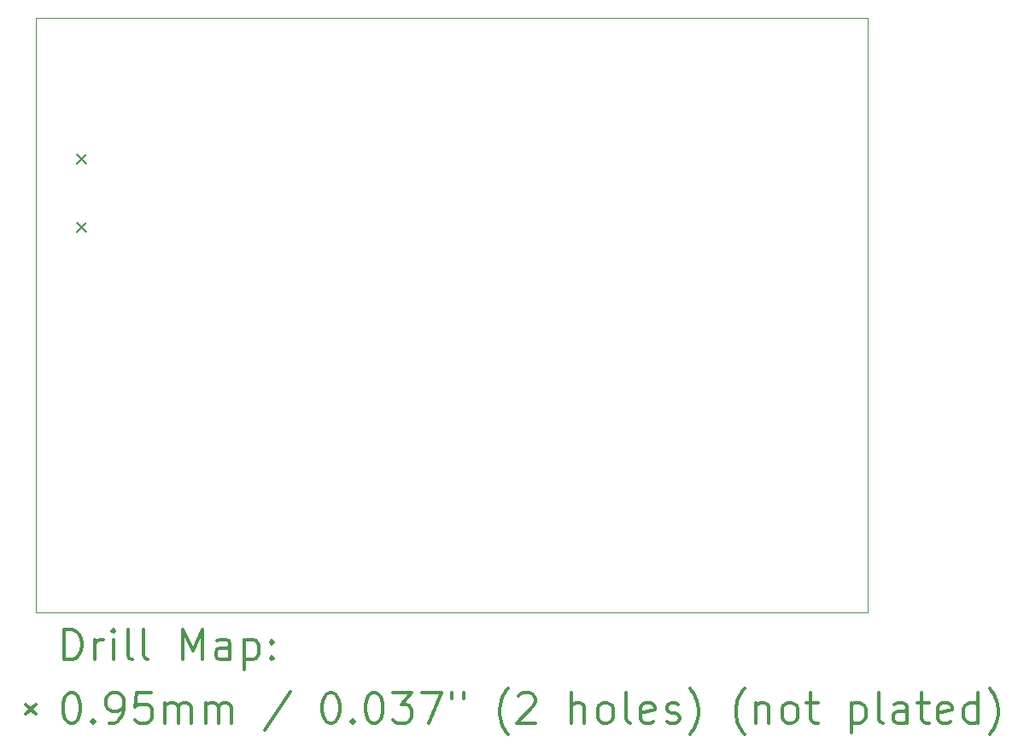
<source format=gbr>
%FSLAX45Y45*%
G04 Gerber Fmt 4.5, Leading zero omitted, Abs format (unit mm)*
G04 Created by KiCad (PCBNEW (5.1.4)-1) date 2022-02-20 14:43:40*
%MOMM*%
%LPD*%
G04 APERTURE LIST*
%ADD10C,0.050000*%
%ADD11C,0.200000*%
%ADD12C,0.300000*%
G04 APERTURE END LIST*
D10*
X9250000Y-6650000D02*
X17500000Y-6650000D01*
X9250000Y-12550000D02*
X9250000Y-6650000D01*
X17500000Y-12550000D02*
X9250000Y-12550000D01*
X17500000Y-6650000D02*
X17500000Y-12550000D01*
D11*
X9655500Y-8002500D02*
X9750500Y-8097500D01*
X9750500Y-8002500D02*
X9655500Y-8097500D01*
X9655500Y-8682500D02*
X9750500Y-8777500D01*
X9750500Y-8682500D02*
X9655500Y-8777500D01*
D12*
X9533928Y-13018214D02*
X9533928Y-12718214D01*
X9605357Y-12718214D01*
X9648214Y-12732500D01*
X9676786Y-12761071D01*
X9691071Y-12789643D01*
X9705357Y-12846786D01*
X9705357Y-12889643D01*
X9691071Y-12946786D01*
X9676786Y-12975357D01*
X9648214Y-13003929D01*
X9605357Y-13018214D01*
X9533928Y-13018214D01*
X9833928Y-13018214D02*
X9833928Y-12818214D01*
X9833928Y-12875357D02*
X9848214Y-12846786D01*
X9862500Y-12832500D01*
X9891071Y-12818214D01*
X9919643Y-12818214D01*
X10019643Y-13018214D02*
X10019643Y-12818214D01*
X10019643Y-12718214D02*
X10005357Y-12732500D01*
X10019643Y-12746786D01*
X10033928Y-12732500D01*
X10019643Y-12718214D01*
X10019643Y-12746786D01*
X10205357Y-13018214D02*
X10176786Y-13003929D01*
X10162500Y-12975357D01*
X10162500Y-12718214D01*
X10362500Y-13018214D02*
X10333928Y-13003929D01*
X10319643Y-12975357D01*
X10319643Y-12718214D01*
X10705357Y-13018214D02*
X10705357Y-12718214D01*
X10805357Y-12932500D01*
X10905357Y-12718214D01*
X10905357Y-13018214D01*
X11176786Y-13018214D02*
X11176786Y-12861071D01*
X11162500Y-12832500D01*
X11133928Y-12818214D01*
X11076786Y-12818214D01*
X11048214Y-12832500D01*
X11176786Y-13003929D02*
X11148214Y-13018214D01*
X11076786Y-13018214D01*
X11048214Y-13003929D01*
X11033928Y-12975357D01*
X11033928Y-12946786D01*
X11048214Y-12918214D01*
X11076786Y-12903929D01*
X11148214Y-12903929D01*
X11176786Y-12889643D01*
X11319643Y-12818214D02*
X11319643Y-13118214D01*
X11319643Y-12832500D02*
X11348214Y-12818214D01*
X11405357Y-12818214D01*
X11433928Y-12832500D01*
X11448214Y-12846786D01*
X11462500Y-12875357D01*
X11462500Y-12961071D01*
X11448214Y-12989643D01*
X11433928Y-13003929D01*
X11405357Y-13018214D01*
X11348214Y-13018214D01*
X11319643Y-13003929D01*
X11591071Y-12989643D02*
X11605357Y-13003929D01*
X11591071Y-13018214D01*
X11576786Y-13003929D01*
X11591071Y-12989643D01*
X11591071Y-13018214D01*
X11591071Y-12832500D02*
X11605357Y-12846786D01*
X11591071Y-12861071D01*
X11576786Y-12846786D01*
X11591071Y-12832500D01*
X11591071Y-12861071D01*
X9152500Y-13465000D02*
X9247500Y-13560000D01*
X9247500Y-13465000D02*
X9152500Y-13560000D01*
X9591071Y-13348214D02*
X9619643Y-13348214D01*
X9648214Y-13362500D01*
X9662500Y-13376786D01*
X9676786Y-13405357D01*
X9691071Y-13462500D01*
X9691071Y-13533929D01*
X9676786Y-13591071D01*
X9662500Y-13619643D01*
X9648214Y-13633929D01*
X9619643Y-13648214D01*
X9591071Y-13648214D01*
X9562500Y-13633929D01*
X9548214Y-13619643D01*
X9533928Y-13591071D01*
X9519643Y-13533929D01*
X9519643Y-13462500D01*
X9533928Y-13405357D01*
X9548214Y-13376786D01*
X9562500Y-13362500D01*
X9591071Y-13348214D01*
X9819643Y-13619643D02*
X9833928Y-13633929D01*
X9819643Y-13648214D01*
X9805357Y-13633929D01*
X9819643Y-13619643D01*
X9819643Y-13648214D01*
X9976786Y-13648214D02*
X10033928Y-13648214D01*
X10062500Y-13633929D01*
X10076786Y-13619643D01*
X10105357Y-13576786D01*
X10119643Y-13519643D01*
X10119643Y-13405357D01*
X10105357Y-13376786D01*
X10091071Y-13362500D01*
X10062500Y-13348214D01*
X10005357Y-13348214D01*
X9976786Y-13362500D01*
X9962500Y-13376786D01*
X9948214Y-13405357D01*
X9948214Y-13476786D01*
X9962500Y-13505357D01*
X9976786Y-13519643D01*
X10005357Y-13533929D01*
X10062500Y-13533929D01*
X10091071Y-13519643D01*
X10105357Y-13505357D01*
X10119643Y-13476786D01*
X10391071Y-13348214D02*
X10248214Y-13348214D01*
X10233928Y-13491071D01*
X10248214Y-13476786D01*
X10276786Y-13462500D01*
X10348214Y-13462500D01*
X10376786Y-13476786D01*
X10391071Y-13491071D01*
X10405357Y-13519643D01*
X10405357Y-13591071D01*
X10391071Y-13619643D01*
X10376786Y-13633929D01*
X10348214Y-13648214D01*
X10276786Y-13648214D01*
X10248214Y-13633929D01*
X10233928Y-13619643D01*
X10533928Y-13648214D02*
X10533928Y-13448214D01*
X10533928Y-13476786D02*
X10548214Y-13462500D01*
X10576786Y-13448214D01*
X10619643Y-13448214D01*
X10648214Y-13462500D01*
X10662500Y-13491071D01*
X10662500Y-13648214D01*
X10662500Y-13491071D02*
X10676786Y-13462500D01*
X10705357Y-13448214D01*
X10748214Y-13448214D01*
X10776786Y-13462500D01*
X10791071Y-13491071D01*
X10791071Y-13648214D01*
X10933928Y-13648214D02*
X10933928Y-13448214D01*
X10933928Y-13476786D02*
X10948214Y-13462500D01*
X10976786Y-13448214D01*
X11019643Y-13448214D01*
X11048214Y-13462500D01*
X11062500Y-13491071D01*
X11062500Y-13648214D01*
X11062500Y-13491071D02*
X11076786Y-13462500D01*
X11105357Y-13448214D01*
X11148214Y-13448214D01*
X11176786Y-13462500D01*
X11191071Y-13491071D01*
X11191071Y-13648214D01*
X11776786Y-13333929D02*
X11519643Y-13719643D01*
X12162500Y-13348214D02*
X12191071Y-13348214D01*
X12219643Y-13362500D01*
X12233928Y-13376786D01*
X12248214Y-13405357D01*
X12262500Y-13462500D01*
X12262500Y-13533929D01*
X12248214Y-13591071D01*
X12233928Y-13619643D01*
X12219643Y-13633929D01*
X12191071Y-13648214D01*
X12162500Y-13648214D01*
X12133928Y-13633929D01*
X12119643Y-13619643D01*
X12105357Y-13591071D01*
X12091071Y-13533929D01*
X12091071Y-13462500D01*
X12105357Y-13405357D01*
X12119643Y-13376786D01*
X12133928Y-13362500D01*
X12162500Y-13348214D01*
X12391071Y-13619643D02*
X12405357Y-13633929D01*
X12391071Y-13648214D01*
X12376786Y-13633929D01*
X12391071Y-13619643D01*
X12391071Y-13648214D01*
X12591071Y-13348214D02*
X12619643Y-13348214D01*
X12648214Y-13362500D01*
X12662500Y-13376786D01*
X12676786Y-13405357D01*
X12691071Y-13462500D01*
X12691071Y-13533929D01*
X12676786Y-13591071D01*
X12662500Y-13619643D01*
X12648214Y-13633929D01*
X12619643Y-13648214D01*
X12591071Y-13648214D01*
X12562500Y-13633929D01*
X12548214Y-13619643D01*
X12533928Y-13591071D01*
X12519643Y-13533929D01*
X12519643Y-13462500D01*
X12533928Y-13405357D01*
X12548214Y-13376786D01*
X12562500Y-13362500D01*
X12591071Y-13348214D01*
X12791071Y-13348214D02*
X12976786Y-13348214D01*
X12876786Y-13462500D01*
X12919643Y-13462500D01*
X12948214Y-13476786D01*
X12962500Y-13491071D01*
X12976786Y-13519643D01*
X12976786Y-13591071D01*
X12962500Y-13619643D01*
X12948214Y-13633929D01*
X12919643Y-13648214D01*
X12833928Y-13648214D01*
X12805357Y-13633929D01*
X12791071Y-13619643D01*
X13076786Y-13348214D02*
X13276786Y-13348214D01*
X13148214Y-13648214D01*
X13376786Y-13348214D02*
X13376786Y-13405357D01*
X13491071Y-13348214D02*
X13491071Y-13405357D01*
X13933928Y-13762500D02*
X13919643Y-13748214D01*
X13891071Y-13705357D01*
X13876786Y-13676786D01*
X13862500Y-13633929D01*
X13848214Y-13562500D01*
X13848214Y-13505357D01*
X13862500Y-13433929D01*
X13876786Y-13391071D01*
X13891071Y-13362500D01*
X13919643Y-13319643D01*
X13933928Y-13305357D01*
X14033928Y-13376786D02*
X14048214Y-13362500D01*
X14076786Y-13348214D01*
X14148214Y-13348214D01*
X14176786Y-13362500D01*
X14191071Y-13376786D01*
X14205357Y-13405357D01*
X14205357Y-13433929D01*
X14191071Y-13476786D01*
X14019643Y-13648214D01*
X14205357Y-13648214D01*
X14562500Y-13648214D02*
X14562500Y-13348214D01*
X14691071Y-13648214D02*
X14691071Y-13491071D01*
X14676786Y-13462500D01*
X14648214Y-13448214D01*
X14605357Y-13448214D01*
X14576786Y-13462500D01*
X14562500Y-13476786D01*
X14876786Y-13648214D02*
X14848214Y-13633929D01*
X14833928Y-13619643D01*
X14819643Y-13591071D01*
X14819643Y-13505357D01*
X14833928Y-13476786D01*
X14848214Y-13462500D01*
X14876786Y-13448214D01*
X14919643Y-13448214D01*
X14948214Y-13462500D01*
X14962500Y-13476786D01*
X14976786Y-13505357D01*
X14976786Y-13591071D01*
X14962500Y-13619643D01*
X14948214Y-13633929D01*
X14919643Y-13648214D01*
X14876786Y-13648214D01*
X15148214Y-13648214D02*
X15119643Y-13633929D01*
X15105357Y-13605357D01*
X15105357Y-13348214D01*
X15376786Y-13633929D02*
X15348214Y-13648214D01*
X15291071Y-13648214D01*
X15262500Y-13633929D01*
X15248214Y-13605357D01*
X15248214Y-13491071D01*
X15262500Y-13462500D01*
X15291071Y-13448214D01*
X15348214Y-13448214D01*
X15376786Y-13462500D01*
X15391071Y-13491071D01*
X15391071Y-13519643D01*
X15248214Y-13548214D01*
X15505357Y-13633929D02*
X15533928Y-13648214D01*
X15591071Y-13648214D01*
X15619643Y-13633929D01*
X15633928Y-13605357D01*
X15633928Y-13591071D01*
X15619643Y-13562500D01*
X15591071Y-13548214D01*
X15548214Y-13548214D01*
X15519643Y-13533929D01*
X15505357Y-13505357D01*
X15505357Y-13491071D01*
X15519643Y-13462500D01*
X15548214Y-13448214D01*
X15591071Y-13448214D01*
X15619643Y-13462500D01*
X15733928Y-13762500D02*
X15748214Y-13748214D01*
X15776786Y-13705357D01*
X15791071Y-13676786D01*
X15805357Y-13633929D01*
X15819643Y-13562500D01*
X15819643Y-13505357D01*
X15805357Y-13433929D01*
X15791071Y-13391071D01*
X15776786Y-13362500D01*
X15748214Y-13319643D01*
X15733928Y-13305357D01*
X16276786Y-13762500D02*
X16262500Y-13748214D01*
X16233928Y-13705357D01*
X16219643Y-13676786D01*
X16205357Y-13633929D01*
X16191071Y-13562500D01*
X16191071Y-13505357D01*
X16205357Y-13433929D01*
X16219643Y-13391071D01*
X16233928Y-13362500D01*
X16262500Y-13319643D01*
X16276786Y-13305357D01*
X16391071Y-13448214D02*
X16391071Y-13648214D01*
X16391071Y-13476786D02*
X16405357Y-13462500D01*
X16433928Y-13448214D01*
X16476786Y-13448214D01*
X16505357Y-13462500D01*
X16519643Y-13491071D01*
X16519643Y-13648214D01*
X16705357Y-13648214D02*
X16676786Y-13633929D01*
X16662500Y-13619643D01*
X16648214Y-13591071D01*
X16648214Y-13505357D01*
X16662500Y-13476786D01*
X16676786Y-13462500D01*
X16705357Y-13448214D01*
X16748214Y-13448214D01*
X16776786Y-13462500D01*
X16791071Y-13476786D01*
X16805357Y-13505357D01*
X16805357Y-13591071D01*
X16791071Y-13619643D01*
X16776786Y-13633929D01*
X16748214Y-13648214D01*
X16705357Y-13648214D01*
X16891071Y-13448214D02*
X17005357Y-13448214D01*
X16933928Y-13348214D02*
X16933928Y-13605357D01*
X16948214Y-13633929D01*
X16976786Y-13648214D01*
X17005357Y-13648214D01*
X17333928Y-13448214D02*
X17333928Y-13748214D01*
X17333928Y-13462500D02*
X17362500Y-13448214D01*
X17419643Y-13448214D01*
X17448214Y-13462500D01*
X17462500Y-13476786D01*
X17476786Y-13505357D01*
X17476786Y-13591071D01*
X17462500Y-13619643D01*
X17448214Y-13633929D01*
X17419643Y-13648214D01*
X17362500Y-13648214D01*
X17333928Y-13633929D01*
X17648214Y-13648214D02*
X17619643Y-13633929D01*
X17605357Y-13605357D01*
X17605357Y-13348214D01*
X17891071Y-13648214D02*
X17891071Y-13491071D01*
X17876786Y-13462500D01*
X17848214Y-13448214D01*
X17791071Y-13448214D01*
X17762500Y-13462500D01*
X17891071Y-13633929D02*
X17862500Y-13648214D01*
X17791071Y-13648214D01*
X17762500Y-13633929D01*
X17748214Y-13605357D01*
X17748214Y-13576786D01*
X17762500Y-13548214D01*
X17791071Y-13533929D01*
X17862500Y-13533929D01*
X17891071Y-13519643D01*
X17991071Y-13448214D02*
X18105357Y-13448214D01*
X18033928Y-13348214D02*
X18033928Y-13605357D01*
X18048214Y-13633929D01*
X18076786Y-13648214D01*
X18105357Y-13648214D01*
X18319643Y-13633929D02*
X18291071Y-13648214D01*
X18233928Y-13648214D01*
X18205357Y-13633929D01*
X18191071Y-13605357D01*
X18191071Y-13491071D01*
X18205357Y-13462500D01*
X18233928Y-13448214D01*
X18291071Y-13448214D01*
X18319643Y-13462500D01*
X18333928Y-13491071D01*
X18333928Y-13519643D01*
X18191071Y-13548214D01*
X18591071Y-13648214D02*
X18591071Y-13348214D01*
X18591071Y-13633929D02*
X18562500Y-13648214D01*
X18505357Y-13648214D01*
X18476786Y-13633929D01*
X18462500Y-13619643D01*
X18448214Y-13591071D01*
X18448214Y-13505357D01*
X18462500Y-13476786D01*
X18476786Y-13462500D01*
X18505357Y-13448214D01*
X18562500Y-13448214D01*
X18591071Y-13462500D01*
X18705357Y-13762500D02*
X18719643Y-13748214D01*
X18748214Y-13705357D01*
X18762500Y-13676786D01*
X18776786Y-13633929D01*
X18791071Y-13562500D01*
X18791071Y-13505357D01*
X18776786Y-13433929D01*
X18762500Y-13391071D01*
X18748214Y-13362500D01*
X18719643Y-13319643D01*
X18705357Y-13305357D01*
M02*

</source>
